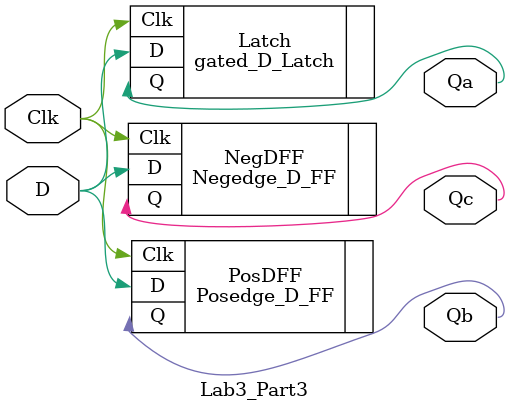
<source format=v>
`timescale 1ns/10ps
module Lab3_Part3 (D, Clk, Qa, Qb, Qc);
	input D, Clk;
	output Qa, Qb, Qc;
	
	gated_D_Latch Latch (.D(D), .Clk(Clk), .Q(Qa));
	Posedge_D_FF PosDFF (.D(D), .Clk(Clk), .Q(Qb));
	Negedge_D_FF NegDFF (.D(D), .Clk(Clk), .Q(Qc));
endmodule
</source>
